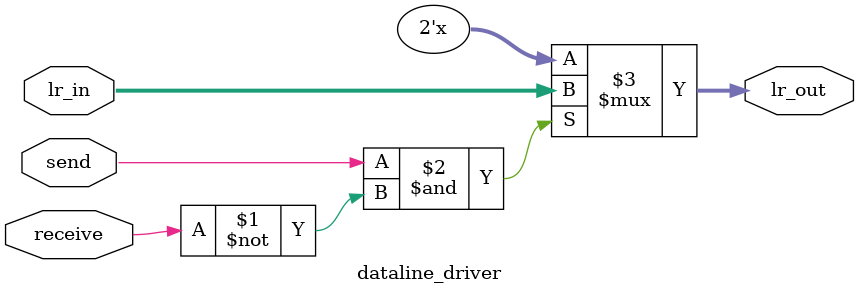
<source format=sv>
module dataline_driver
(
  input logic send,
  input logic receive,
  input logic [1:0] lr_in,
  output logic [1:0] lr_out
);

assign lr_out = (send & ~receive) ? lr_in : 'z;

endmodule
</source>
